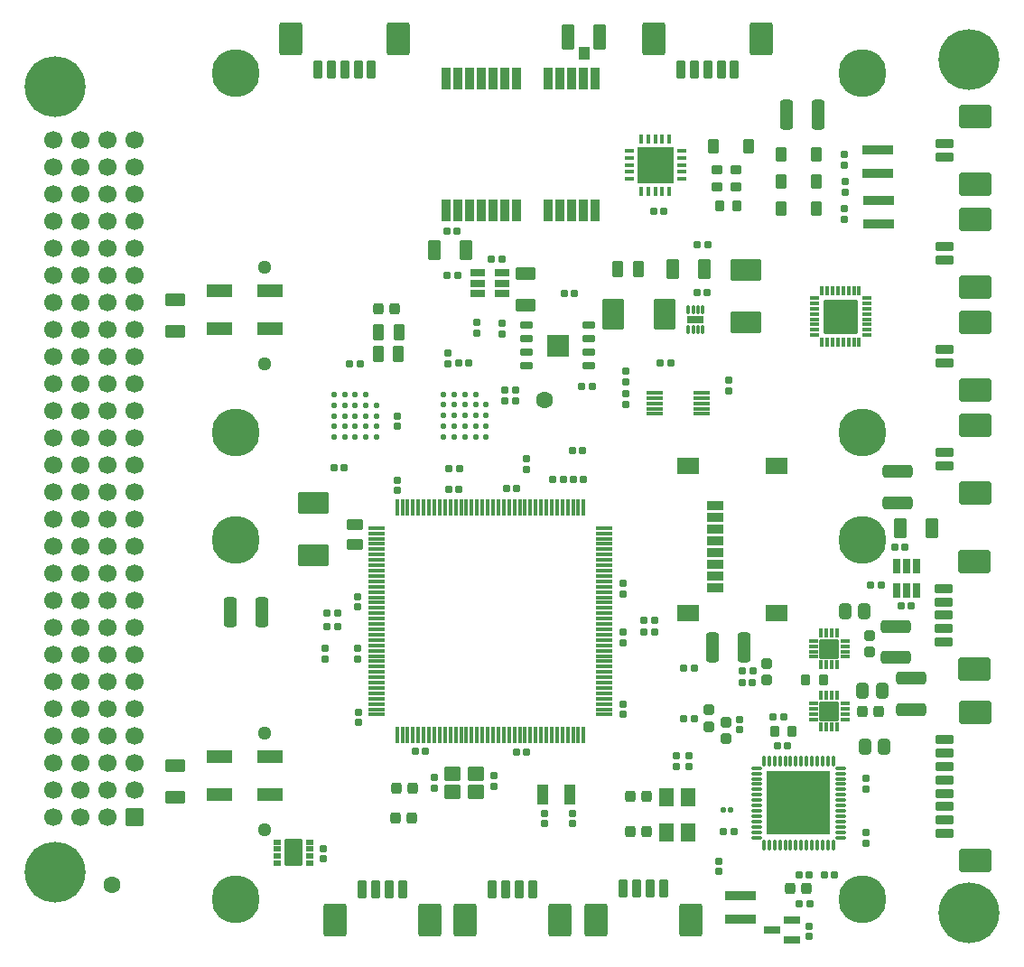
<source format=gbs>
%TF.GenerationSoftware,KiCad,Pcbnew,(6.0.7)*%
%TF.CreationDate,2022-08-26T15:29:00+08:00*%
%TF.ProjectId,cubesat_obc,63756265-7361-4745-9f6f-62632e6b6963,rev?*%
%TF.SameCoordinates,Original*%
%TF.FileFunction,Soldermask,Bot*%
%TF.FilePolarity,Negative*%
%FSLAX46Y46*%
G04 Gerber Fmt 4.6, Leading zero omitted, Abs format (unit mm)*
G04 Created by KiCad (PCBNEW (6.0.7)) date 2022-08-26 15:29:00*
%MOMM*%
%LPD*%
G01*
G04 APERTURE LIST*
G04 Aperture macros list*
%AMRoundRect*
0 Rectangle with rounded corners*
0 $1 Rounding radius*
0 $2 $3 $4 $5 $6 $7 $8 $9 X,Y pos of 4 corners*
0 Add a 4 corners polygon primitive as box body*
4,1,4,$2,$3,$4,$5,$6,$7,$8,$9,$2,$3,0*
0 Add four circle primitives for the rounded corners*
1,1,$1+$1,$2,$3*
1,1,$1+$1,$4,$5*
1,1,$1+$1,$6,$7*
1,1,$1+$1,$8,$9*
0 Add four rect primitives between the rounded corners*
20,1,$1+$1,$2,$3,$4,$5,0*
20,1,$1+$1,$4,$5,$6,$7,0*
20,1,$1+$1,$6,$7,$8,$9,0*
20,1,$1+$1,$8,$9,$2,$3,0*%
G04 Aperture macros list end*
%ADD10C,1.290000*%
%ADD11C,5.700000*%
%ADD12C,4.500000*%
%ADD13RoundRect,0.050000X-0.800000X-0.800000X0.800000X-0.800000X0.800000X0.800000X-0.800000X0.800000X0*%
%ADD14C,1.700000*%
%ADD15RoundRect,0.190000X-0.140000X-0.170000X0.140000X-0.170000X0.140000X0.170000X-0.140000X0.170000X0*%
%ADD16RoundRect,0.190000X-0.170000X0.140000X-0.170000X-0.140000X0.170000X-0.140000X0.170000X0.140000X0*%
%ADD17RoundRect,0.190000X0.170000X-0.140000X0.170000X0.140000X-0.170000X0.140000X-0.170000X-0.140000X0*%
%ADD18RoundRect,0.300000X-0.250000X-0.475000X0.250000X-0.475000X0.250000X0.475000X-0.250000X0.475000X0*%
%ADD19RoundRect,0.190000X0.140000X0.170000X-0.140000X0.170000X-0.140000X-0.170000X0.140000X-0.170000X0*%
%ADD20RoundRect,0.300000X0.650000X-0.325000X0.650000X0.325000X-0.650000X0.325000X-0.650000X-0.325000X0*%
%ADD21RoundRect,0.050000X-1.150000X-0.550000X1.150000X-0.550000X1.150000X0.550000X-1.150000X0.550000X0*%
%ADD22RoundRect,0.250000X0.200000X0.600000X-0.200000X0.600000X-0.200000X-0.600000X0.200000X-0.600000X0*%
%ADD23RoundRect,0.300001X0.799999X1.249999X-0.799999X1.249999X-0.799999X-1.249999X0.799999X-1.249999X0*%
%ADD24RoundRect,0.250000X-0.600000X0.200000X-0.600000X-0.200000X0.600000X-0.200000X0.600000X0.200000X0*%
%ADD25RoundRect,0.300001X-1.249999X0.799999X-1.249999X-0.799999X1.249999X-0.799999X1.249999X0.799999X0*%
%ADD26RoundRect,0.050000X-1.350000X0.400000X-1.350000X-0.400000X1.350000X-0.400000X1.350000X0.400000X0*%
%ADD27RoundRect,0.050000X1.350000X-0.400000X1.350000X0.400000X-1.350000X0.400000X-1.350000X-0.400000X0*%
%ADD28RoundRect,0.185000X0.135000X0.185000X-0.135000X0.185000X-0.135000X-0.185000X0.135000X-0.185000X0*%
%ADD29RoundRect,0.185000X-0.135000X-0.185000X0.135000X-0.185000X0.135000X0.185000X-0.135000X0.185000X0*%
%ADD30RoundRect,0.185000X-0.185000X0.135000X-0.185000X-0.135000X0.185000X-0.135000X0.185000X0.135000X0*%
%ADD31RoundRect,0.185000X0.185000X-0.135000X0.185000X0.135000X-0.185000X0.135000X-0.185000X-0.135000X0*%
%ADD32RoundRect,0.050000X0.700000X0.150000X-0.700000X0.150000X-0.700000X-0.150000X0.700000X-0.150000X0*%
%ADD33RoundRect,0.125000X0.325000X0.075000X-0.325000X0.075000X-0.325000X-0.075000X0.325000X-0.075000X0*%
%ADD34RoundRect,0.125000X0.075000X0.325000X-0.075000X0.325000X-0.075000X-0.325000X0.075000X-0.325000X0*%
%ADD35RoundRect,0.050000X1.675000X1.675000X-1.675000X1.675000X-1.675000X-1.675000X1.675000X-1.675000X0*%
%ADD36RoundRect,0.050000X-0.750000X0.400000X-0.750000X-0.400000X0.750000X-0.400000X0.750000X0.400000X0*%
%ADD37RoundRect,0.050000X-1.000000X0.725000X-1.000000X-0.725000X1.000000X-0.725000X1.000000X0.725000X0*%
%ADD38RoundRect,0.050000X0.500000X0.900000X-0.500000X0.900000X-0.500000X-0.900000X0.500000X-0.900000X0*%
%ADD39RoundRect,0.250000X-0.275000X0.200000X-0.275000X-0.200000X0.275000X-0.200000X0.275000X0.200000X0*%
%ADD40RoundRect,0.250000X0.200000X0.275000X-0.200000X0.275000X-0.200000X-0.275000X0.200000X-0.275000X0*%
%ADD41RoundRect,0.250000X0.275000X-0.200000X0.275000X0.200000X-0.275000X0.200000X-0.275000X-0.200000X0*%
%ADD42RoundRect,0.050000X0.450000X0.600000X-0.450000X0.600000X-0.450000X-0.600000X0.450000X-0.600000X0*%
%ADD43RoundRect,0.050000X-0.450000X-0.600000X0.450000X-0.600000X0.450000X0.600000X-0.450000X0.600000X0*%
%ADD44RoundRect,0.275000X-0.225000X-0.250000X0.225000X-0.250000X0.225000X0.250000X-0.225000X0.250000X0*%
%ADD45RoundRect,0.200000X0.587500X0.150000X-0.587500X0.150000X-0.587500X-0.150000X0.587500X-0.150000X0*%
%ADD46RoundRect,0.112500X-0.375000X-0.062500X0.375000X-0.062500X0.375000X0.062500X-0.375000X0.062500X0*%
%ADD47RoundRect,0.112500X-0.062500X-0.375000X0.062500X-0.375000X0.062500X0.375000X-0.062500X0.375000X0*%
%ADD48RoundRect,0.050000X-2.950000X-2.950000X2.950000X-2.950000X2.950000X2.950000X-2.950000X2.950000X0*%
%ADD49RoundRect,0.150000X0.130000X0.100000X-0.130000X0.100000X-0.130000X-0.100000X0.130000X-0.100000X0*%
%ADD50RoundRect,0.275000X0.225000X0.250000X-0.225000X0.250000X-0.225000X-0.250000X0.225000X-0.250000X0*%
%ADD51RoundRect,0.050000X-1.395000X0.951500X-1.395000X-0.951500X1.395000X-0.951500X1.395000X0.951500X0*%
%ADD52RoundRect,0.125000X0.075000X-0.662500X0.075000X0.662500X-0.075000X0.662500X-0.075000X-0.662500X0*%
%ADD53RoundRect,0.125000X0.662500X-0.075000X0.662500X0.075000X-0.662500X0.075000X-0.662500X-0.075000X0*%
%ADD54RoundRect,0.300000X0.325000X0.650000X-0.325000X0.650000X-0.325000X-0.650000X0.325000X-0.650000X0*%
%ADD55RoundRect,0.300000X0.325000X1.100000X-0.325000X1.100000X-0.325000X-1.100000X0.325000X-1.100000X0*%
%ADD56RoundRect,0.300000X-0.325000X-1.100000X0.325000X-1.100000X0.325000X1.100000X-0.325000X1.100000X0*%
%ADD57RoundRect,0.300000X1.100000X-0.325000X1.100000X0.325000X-1.100000X0.325000X-1.100000X-0.325000X0*%
%ADD58RoundRect,0.300000X-1.100000X0.325000X-1.100000X-0.325000X1.100000X-0.325000X1.100000X0.325000X0*%
%ADD59RoundRect,0.050000X1.395000X-0.951500X1.395000X0.951500X-1.395000X0.951500X-1.395000X-0.951500X0*%
%ADD60RoundRect,0.050000X-0.951500X-1.395000X0.951500X-1.395000X0.951500X1.395000X-0.951500X1.395000X0*%
%ADD61RoundRect,0.112500X0.350000X0.062500X-0.350000X0.062500X-0.350000X-0.062500X0.350000X-0.062500X0*%
%ADD62RoundRect,0.112500X0.062500X0.350000X-0.062500X0.350000X-0.062500X-0.350000X0.062500X-0.350000X0*%
%ADD63RoundRect,0.050000X1.550000X1.550000X-1.550000X1.550000X-1.550000X-1.550000X1.550000X-1.550000X0*%
%ADD64RoundRect,0.050000X-0.125000X0.350000X-0.125000X-0.350000X0.125000X-0.350000X0.125000X0.350000X0*%
%ADD65RoundRect,0.050000X-0.690000X0.320000X-0.690000X-0.320000X0.690000X-0.320000X0.690000X0.320000X0*%
%ADD66RoundRect,0.050000X0.325000X0.175000X-0.325000X0.175000X-0.325000X-0.175000X0.325000X-0.175000X0*%
%ADD67RoundRect,0.050000X0.775000X1.200000X-0.775000X1.200000X-0.775000X-1.200000X0.775000X-1.200000X0*%
%ADD68RoundRect,0.050000X0.700000X0.600000X-0.700000X0.600000X-0.700000X-0.600000X0.700000X-0.600000X0*%
%ADD69C,1.600000*%
%ADD70RoundRect,0.275000X0.250000X-0.225000X0.250000X0.225000X-0.250000X0.225000X-0.250000X-0.225000X0*%
%ADD71RoundRect,0.050000X0.400000X-1.000000X0.400000X1.000000X-0.400000X1.000000X-0.400000X-1.000000X0*%
%ADD72RoundRect,0.300000X-0.262500X-0.450000X0.262500X-0.450000X0.262500X0.450000X-0.262500X0.450000X0*%
%ADD73RoundRect,0.050000X-0.650000X0.800000X-0.650000X-0.800000X0.650000X-0.800000X0.650000X0.800000X0*%
%ADD74RoundRect,0.250000X-0.200000X-0.600000X0.200000X-0.600000X0.200000X0.600000X-0.200000X0.600000X0*%
%ADD75RoundRect,0.300001X-0.799999X-1.249999X0.799999X-1.249999X0.799999X1.249999X-0.799999X1.249999X0*%
%ADD76RoundRect,0.200000X-0.150000X0.512500X-0.150000X-0.512500X0.150000X-0.512500X0.150000X0.512500X0*%
%ADD77RoundRect,0.112500X-0.062500X0.350000X-0.062500X-0.350000X0.062500X-0.350000X0.062500X0.350000X0*%
%ADD78RoundRect,0.112500X-0.350000X0.062500X-0.350000X-0.062500X0.350000X-0.062500X0.350000X0.062500X0*%
%ADD79RoundRect,0.050000X-0.840000X0.840000X-0.840000X-0.840000X0.840000X-0.840000X0.840000X0.840000X0*%
%ADD80RoundRect,0.050000X0.500000X-0.525000X0.500000X0.525000X-0.500000X0.525000X-0.500000X-0.525000X0*%
%ADD81RoundRect,0.050000X0.525000X-1.100000X0.525000X1.100000X-0.525000X1.100000X-0.525000X-1.100000X0*%
%ADD82RoundRect,0.050000X-0.550000X0.250000X-0.550000X-0.250000X0.550000X-0.250000X0.550000X0.250000X0*%
%ADD83RoundRect,0.050000X-1.000000X1.000000X-1.000000X-1.000000X1.000000X-1.000000X1.000000X1.000000X0*%
%ADD84C,0.557200*%
%ADD85RoundRect,0.200000X0.512500X0.150000X-0.512500X0.150000X-0.512500X-0.150000X0.512500X-0.150000X0*%
%ADD86RoundRect,0.300000X-0.325000X-0.650000X0.325000X-0.650000X0.325000X0.650000X-0.325000X0.650000X0*%
%ADD87RoundRect,0.275000X-0.250000X0.225000X-0.250000X-0.225000X0.250000X-0.225000X0.250000X0.225000X0*%
%ADD88RoundRect,0.300000X0.475000X-0.250000X0.475000X0.250000X-0.475000X0.250000X-0.475000X-0.250000X0*%
%ADD89RoundRect,0.300000X-0.650000X0.325000X-0.650000X-0.325000X0.650000X-0.325000X0.650000X0.325000X0*%
G04 APERTURE END LIST*
D10*
%TO.C,J1*%
X130411220Y-116437020D03*
X130411220Y-125437020D03*
%TD*%
%TO.C,J2*%
X130416300Y-72751560D03*
X130416300Y-81751560D03*
%TD*%
D11*
%TO.C,H1*%
X110734001Y-55792998D03*
%TD*%
%TO.C,H2*%
X196464001Y-133262997D03*
%TD*%
%TO.C,H3*%
X196464001Y-53252998D03*
%TD*%
%TO.C,H4*%
X110734001Y-129452998D03*
%TD*%
D12*
%TO.C,H5*%
X127734002Y-88253000D03*
%TD*%
%TO.C,H6*%
X127734002Y-98252997D03*
%TD*%
%TO.C,H7*%
X127734002Y-54522998D03*
%TD*%
%TO.C,H8*%
X186464001Y-54522998D03*
%TD*%
%TO.C,H9*%
X127734002Y-131982998D03*
%TD*%
%TO.C,H10*%
X186464001Y-131982998D03*
%TD*%
%TO.C,H11*%
X186464001Y-98252997D03*
%TD*%
%TO.C,H12*%
X186464001Y-88253000D03*
%TD*%
D13*
%TO.C,U6*%
X118225000Y-124300000D03*
D14*
X115685000Y-124300000D03*
X118225000Y-121760000D03*
X115685000Y-121760000D03*
X118225000Y-119220000D03*
X115685000Y-119220000D03*
X118225000Y-116680000D03*
X115685000Y-116680000D03*
X118225000Y-114140000D03*
X115685000Y-114140000D03*
X118225000Y-111600000D03*
X115685000Y-111600000D03*
X118225000Y-109060000D03*
X115685000Y-109060000D03*
X118225000Y-106520000D03*
X115685000Y-106520000D03*
X118225000Y-103980000D03*
X115685000Y-103980000D03*
X118225000Y-101440000D03*
X115685000Y-101440000D03*
X118225000Y-98900000D03*
X115685000Y-98900000D03*
X118225000Y-96360000D03*
X115685000Y-96360000D03*
X118225000Y-93820000D03*
X115685000Y-93820000D03*
X118225000Y-91280000D03*
X115685000Y-91280000D03*
X118225000Y-88740000D03*
X115685000Y-88740000D03*
X118225000Y-86200000D03*
X115685000Y-86200000D03*
X118225000Y-83660000D03*
X115685000Y-83660000D03*
X118225000Y-81120000D03*
X115685000Y-81120000D03*
X118225000Y-78580000D03*
X115685000Y-78580000D03*
X118225000Y-76040000D03*
X115685000Y-76040000D03*
X118225000Y-73500000D03*
X115685000Y-73500000D03*
X118225000Y-70960000D03*
X115685000Y-70960000D03*
X118225000Y-68420000D03*
X115685000Y-68420000D03*
X118225000Y-65880000D03*
X115685000Y-65880000D03*
X118225000Y-63340000D03*
X115685000Y-63340000D03*
X118225000Y-60800000D03*
X115685000Y-60800000D03*
X113145000Y-124300000D03*
X110605000Y-124300000D03*
X113145000Y-121760000D03*
X110605000Y-121760000D03*
X113145000Y-119220000D03*
X110605000Y-119220000D03*
X113145000Y-116680000D03*
X110605000Y-116680000D03*
X113145000Y-114140000D03*
X110605000Y-114140000D03*
X113145000Y-111600000D03*
X110605000Y-111600000D03*
X113145000Y-109060000D03*
X110605000Y-109060000D03*
X113145000Y-106520000D03*
X110605000Y-106520000D03*
X113145000Y-103980000D03*
X110605000Y-103980000D03*
X113145000Y-101440000D03*
X110605000Y-101440000D03*
X113145000Y-98900000D03*
X110605000Y-98900000D03*
X113145000Y-96360000D03*
X110605000Y-96360000D03*
X113145000Y-93820000D03*
X110605000Y-93820000D03*
X113145000Y-91280000D03*
X110605000Y-91280000D03*
X113145000Y-88740000D03*
X110605000Y-88740000D03*
X113145000Y-86200000D03*
X110605000Y-86200000D03*
X113145000Y-83660000D03*
X110605000Y-83660000D03*
X113145000Y-81120000D03*
X110605000Y-81120000D03*
X113145000Y-78580000D03*
X110605000Y-78580000D03*
X113145000Y-76040000D03*
X110605000Y-76040000D03*
X113145000Y-73500000D03*
X110605000Y-73500000D03*
X113145000Y-70960000D03*
X110605000Y-70960000D03*
X113145000Y-68420000D03*
X110605000Y-68420000D03*
X113145000Y-65880000D03*
X110605000Y-65880000D03*
X113145000Y-63340000D03*
X110605000Y-63340000D03*
X113145000Y-60800000D03*
X110605000Y-60800000D03*
%TD*%
D15*
%TO.C,C6*%
X148620000Y-81725000D03*
X149580000Y-81725000D03*
%TD*%
D16*
%TO.C,C75*%
X142825000Y-92695000D03*
X142825000Y-93655000D03*
%TD*%
D17*
%TO.C,C73*%
X139128500Y-104580000D03*
X139128500Y-103620000D03*
%TD*%
D18*
%TO.C,C57*%
X141075000Y-80875000D03*
X142975000Y-80875000D03*
%TD*%
D15*
%TO.C,C60*%
X159345000Y-92575000D03*
X160305000Y-92575000D03*
%TD*%
D19*
%TO.C,C62*%
X154980000Y-118150000D03*
X154020000Y-118150000D03*
%TD*%
D16*
%TO.C,C65*%
X164000000Y-113670000D03*
X164000000Y-114630000D03*
%TD*%
D15*
%TO.C,C68*%
X147670000Y-93575000D03*
X148630000Y-93575000D03*
%TD*%
D17*
%TO.C,C2*%
X184810400Y-65656400D03*
X184810400Y-64696400D03*
%TD*%
D20*
%TO.C,C20*%
X122047000Y-122379000D03*
X122047000Y-119429000D03*
%TD*%
%TO.C,C21*%
X122047000Y-78691000D03*
X122047000Y-75741000D03*
%TD*%
D21*
%TO.C,FL1*%
X126174000Y-118646000D03*
X130874000Y-118646000D03*
X130874000Y-122146000D03*
X126174000Y-122146000D03*
%TD*%
%TO.C,FL2*%
X126174000Y-74958000D03*
X130874000Y-74958000D03*
X130874000Y-78458000D03*
X126174000Y-78458000D03*
%TD*%
D22*
%TO.C,ADC1*%
X155517000Y-131050000D03*
X154267000Y-131050000D03*
X153017000Y-131050000D03*
X151767000Y-131050000D03*
D23*
X149217000Y-133950000D03*
X158067000Y-133950000D03*
%TD*%
D22*
%TO.C,ADC2*%
X143325000Y-131050000D03*
X142075000Y-131050000D03*
X140825000Y-131050000D03*
X139575000Y-131050000D03*
D23*
X137025000Y-133950000D03*
X145875000Y-133950000D03*
%TD*%
D24*
%TO.C,TEMP1*%
X194132500Y-70749000D03*
X194132500Y-71999000D03*
D25*
X197032500Y-68199000D03*
X197032500Y-74549000D03*
%TD*%
D24*
%TO.C,TEMP4*%
X194132500Y-80401000D03*
X194132500Y-81651000D03*
D25*
X197032500Y-84201000D03*
X197032500Y-77851000D03*
%TD*%
D24*
%TO.C,TEMP2*%
X194132500Y-61097000D03*
X194132500Y-62347000D03*
D25*
X197032500Y-64897000D03*
X197032500Y-58547000D03*
%TD*%
D24*
%TO.C,TEMP3*%
X194132500Y-90053000D03*
X194132500Y-91303000D03*
D25*
X197032500Y-93853000D03*
X197032500Y-87503000D03*
%TD*%
D26*
%TO.C,L1*%
X187960000Y-66464000D03*
X187960000Y-68664000D03*
%TD*%
D27*
%TO.C,L2*%
X187896500Y-63901500D03*
X187896500Y-61701500D03*
%TD*%
D28*
%TO.C,R48*%
X153935000Y-84250000D03*
X152915000Y-84250000D03*
%TD*%
D29*
%TO.C,R50*%
X147640000Y-91600000D03*
X148660000Y-91600000D03*
%TD*%
D30*
%TO.C,R52*%
X147600000Y-80740000D03*
X147600000Y-81760000D03*
%TD*%
D28*
%TO.C,R94*%
X137225500Y-105156000D03*
X136205500Y-105156000D03*
%TD*%
%TO.C,R95*%
X137225500Y-106426000D03*
X136205500Y-106426000D03*
%TD*%
D30*
%TO.C,R10*%
X184785000Y-67181000D03*
X184785000Y-68201000D03*
%TD*%
D31*
%TO.C,R11*%
X184785000Y-63121000D03*
X184785000Y-62101000D03*
%TD*%
%TO.C,R5*%
X173926500Y-84330000D03*
X173926500Y-83310000D03*
%TD*%
D30*
%TO.C,R6*%
X164274500Y-84580000D03*
X164274500Y-85600000D03*
%TD*%
D32*
%TO.C,U1*%
X171351300Y-84471000D03*
X171351300Y-84971000D03*
X171351300Y-85471000D03*
X171351300Y-85971000D03*
X171351300Y-86471000D03*
X166951300Y-86471000D03*
X166951300Y-85971000D03*
X166951300Y-85471000D03*
X166951300Y-84971000D03*
X166951300Y-84471000D03*
%TD*%
D33*
%TO.C,U4*%
X169493100Y-61819000D03*
X169493100Y-62469000D03*
X169493100Y-63119000D03*
X169493100Y-63769000D03*
X169493100Y-64419000D03*
D34*
X168343100Y-65569000D03*
X167693100Y-65569000D03*
X167043100Y-65569000D03*
X166393100Y-65569000D03*
X165743100Y-65569000D03*
D33*
X164593100Y-64419000D03*
X164593100Y-63769000D03*
X164593100Y-63119000D03*
X164593100Y-62469000D03*
X164593100Y-61819000D03*
D34*
X165743100Y-60669000D03*
X166393100Y-60669000D03*
X167043100Y-60669000D03*
X167693100Y-60669000D03*
X168343100Y-60669000D03*
D35*
X167043100Y-63119000D03*
%TD*%
D36*
%TO.C,J4*%
X172694000Y-95034500D03*
X172694000Y-96134500D03*
X172694000Y-97234500D03*
X172694000Y-98334500D03*
X172694000Y-99434500D03*
X172694000Y-100534500D03*
X172694000Y-101634500D03*
X172694000Y-102734500D03*
D37*
X178394000Y-91359500D03*
X170094000Y-105109500D03*
X178394000Y-105109500D03*
X170094000Y-91359500D03*
%TD*%
D38*
%TO.C,Y3*%
X156514500Y-122159000D03*
X159014500Y-122159000D03*
%TD*%
D15*
%TO.C,C4*%
X166906000Y-67437000D03*
X167866000Y-67437000D03*
%TD*%
D29*
%TO.C,R3*%
X167447500Y-81661000D03*
X168467500Y-81661000D03*
%TD*%
D31*
%TO.C,R4*%
X164274500Y-83441000D03*
X164274500Y-82421000D03*
%TD*%
D39*
%TO.C,R7*%
X172847000Y-63564000D03*
X172847000Y-65214000D03*
%TD*%
D40*
%TO.C,R8*%
X174688000Y-66929000D03*
X173038000Y-66929000D03*
%TD*%
D41*
%TO.C,R9*%
X174625000Y-65214000D03*
X174625000Y-63564000D03*
%TD*%
D42*
%TO.C,D4*%
X182117000Y-62103000D03*
X178817000Y-62103000D03*
%TD*%
D43*
%TO.C,D3*%
X178817000Y-64643000D03*
X182117000Y-64643000D03*
%TD*%
D42*
%TO.C,D2*%
X175767000Y-61341000D03*
X172467000Y-61341000D03*
%TD*%
%TO.C,D1*%
X182117000Y-67183000D03*
X178817000Y-67183000D03*
%TD*%
D17*
%TO.C,C8*%
X172974000Y-129385000D03*
X172974000Y-128425000D03*
%TD*%
D44*
%TO.C,C9*%
X164706000Y-125666500D03*
X166256000Y-125666500D03*
%TD*%
%TO.C,C10*%
X164706000Y-122364500D03*
X166256000Y-122364500D03*
%TD*%
D17*
%TO.C,C11*%
X181483000Y-135481000D03*
X181483000Y-134521000D03*
%TD*%
D44*
%TO.C,C12*%
X179692000Y-131000500D03*
X181242000Y-131000500D03*
%TD*%
D16*
%TO.C,C13*%
X186753500Y-120678000D03*
X186753500Y-121638000D03*
%TD*%
D15*
%TO.C,C14*%
X180495000Y-129667000D03*
X181455000Y-129667000D03*
%TD*%
%TO.C,C15*%
X180558500Y-132397500D03*
X181518500Y-132397500D03*
%TD*%
D17*
%TO.C,C16*%
X186817000Y-126718000D03*
X186817000Y-125758000D03*
%TD*%
D19*
%TO.C,C17*%
X183868000Y-129667000D03*
X182908000Y-129667000D03*
%TD*%
D15*
%TO.C,C18*%
X178470000Y-117550000D03*
X179430000Y-117550000D03*
%TD*%
D19*
%TO.C,C19*%
X174406500Y-125603000D03*
X173446500Y-125603000D03*
%TD*%
D22*
%TO.C,USB1*%
X167800500Y-131000000D03*
X166550500Y-131000000D03*
X165300500Y-131000000D03*
X164050500Y-131000000D03*
D23*
X161500500Y-133900000D03*
X170350500Y-133900000D03*
%TD*%
D27*
%TO.C,L5*%
X175006000Y-133815000D03*
X175006000Y-131615000D03*
%TD*%
D45*
%TO.C,U10*%
X179880500Y-133924000D03*
X179880500Y-135824000D03*
X178005500Y-134874000D03*
%TD*%
D46*
%TO.C,U11*%
X176529500Y-126186000D03*
X176529500Y-125686000D03*
X176529500Y-125186000D03*
X176529500Y-124686000D03*
X176529500Y-124186000D03*
X176529500Y-123686000D03*
X176529500Y-123186000D03*
X176529500Y-122686000D03*
X176529500Y-122186000D03*
X176529500Y-121686000D03*
X176529500Y-121186000D03*
X176529500Y-120686000D03*
X176529500Y-120186000D03*
X176529500Y-119686000D03*
D47*
X177217000Y-118998500D03*
X177717000Y-118998500D03*
X178217000Y-118998500D03*
X178717000Y-118998500D03*
X179217000Y-118998500D03*
X179717000Y-118998500D03*
X180217000Y-118998500D03*
X180717000Y-118998500D03*
X181217000Y-118998500D03*
X181717000Y-118998500D03*
X182217000Y-118998500D03*
X182717000Y-118998500D03*
X183217000Y-118998500D03*
X183717000Y-118998500D03*
D46*
X184404500Y-119686000D03*
X184404500Y-120186000D03*
X184404500Y-120686000D03*
X184404500Y-121186000D03*
X184404500Y-121686000D03*
X184404500Y-122186000D03*
X184404500Y-122686000D03*
X184404500Y-123186000D03*
X184404500Y-123686000D03*
X184404500Y-124186000D03*
X184404500Y-124686000D03*
X184404500Y-125186000D03*
X184404500Y-125686000D03*
X184404500Y-126186000D03*
D47*
X183717000Y-126873500D03*
X183217000Y-126873500D03*
X182717000Y-126873500D03*
X182217000Y-126873500D03*
X181717000Y-126873500D03*
X181217000Y-126873500D03*
X180717000Y-126873500D03*
X180217000Y-126873500D03*
X179717000Y-126873500D03*
X179217000Y-126873500D03*
X178717000Y-126873500D03*
X178217000Y-126873500D03*
X177717000Y-126873500D03*
X177217000Y-126873500D03*
D48*
X180467000Y-122936000D03*
%TD*%
D30*
%TO.C,R54*%
X170180000Y-118552500D03*
X170180000Y-119572500D03*
%TD*%
%TO.C,R55*%
X168973500Y-118552500D03*
X168973500Y-119572500D03*
%TD*%
D49*
%TO.C,R56*%
X174056000Y-123634500D03*
X173416000Y-123634500D03*
%TD*%
D24*
%TO.C,UART_FTDI1*%
X194132500Y-117037000D03*
X194132500Y-118287000D03*
X194132500Y-119537000D03*
X194132500Y-120787000D03*
X194132500Y-122037000D03*
X194132500Y-123287000D03*
X194132500Y-124537000D03*
X194132500Y-125787000D03*
D25*
X197032500Y-128337000D03*
X197032500Y-114487000D03*
%TD*%
D17*
%TO.C,C53*%
X139230000Y-115420000D03*
X139230000Y-114460000D03*
%TD*%
D18*
%TO.C,C54*%
X141100000Y-78800000D03*
X143000000Y-78800000D03*
%TD*%
D16*
%TO.C,C55*%
X136080500Y-108486000D03*
X136080500Y-109446000D03*
%TD*%
D17*
%TO.C,C56*%
X151875000Y-121380000D03*
X151875000Y-120420000D03*
%TD*%
D19*
%TO.C,C58*%
X160246000Y-89916000D03*
X159286000Y-89916000D03*
%TD*%
D16*
%TO.C,C59*%
X146325000Y-120570000D03*
X146325000Y-121530000D03*
%TD*%
D50*
%TO.C,C61*%
X144225000Y-124375000D03*
X142675000Y-124375000D03*
%TD*%
D16*
%TO.C,C63*%
X135900000Y-127240000D03*
X135900000Y-128200000D03*
%TD*%
D15*
%TO.C,C66*%
X153088400Y-93472000D03*
X154048400Y-93472000D03*
%TD*%
D16*
%TO.C,C69*%
X164020500Y-102390000D03*
X164020500Y-103350000D03*
%TD*%
%TO.C,C70*%
X164020500Y-106962000D03*
X164020500Y-107922000D03*
%TD*%
D17*
%TO.C,C71*%
X139128500Y-109446000D03*
X139128500Y-108486000D03*
%TD*%
D16*
%TO.C,C72*%
X159250000Y-123920000D03*
X159250000Y-124880000D03*
%TD*%
%TO.C,C74*%
X156675000Y-123920000D03*
X156675000Y-124880000D03*
%TD*%
D19*
%TO.C,C76*%
X158404500Y-92583000D03*
X157444500Y-92583000D03*
%TD*%
D16*
%TO.C,C77*%
X142825000Y-86695000D03*
X142825000Y-87655000D03*
%TD*%
D19*
%TO.C,C80*%
X139355000Y-81775000D03*
X138395000Y-81775000D03*
%TD*%
D51*
%TO.C,L6*%
X135000000Y-94848500D03*
X135000000Y-99701500D03*
%TD*%
D52*
%TO.C,U25*%
X160324500Y-116580500D03*
X159824500Y-116580500D03*
X159324500Y-116580500D03*
X158824500Y-116580500D03*
X158324500Y-116580500D03*
X157824500Y-116580500D03*
X157324500Y-116580500D03*
X156824500Y-116580500D03*
X156324500Y-116580500D03*
X155824500Y-116580500D03*
X155324500Y-116580500D03*
X154824500Y-116580500D03*
X154324500Y-116580500D03*
X153824500Y-116580500D03*
X153324500Y-116580500D03*
X152824500Y-116580500D03*
X152324500Y-116580500D03*
X151824500Y-116580500D03*
X151324500Y-116580500D03*
X150824500Y-116580500D03*
X150324500Y-116580500D03*
X149824500Y-116580500D03*
X149324500Y-116580500D03*
X148824500Y-116580500D03*
X148324500Y-116580500D03*
X147824500Y-116580500D03*
X147324500Y-116580500D03*
X146824500Y-116580500D03*
X146324500Y-116580500D03*
X145824500Y-116580500D03*
X145324500Y-116580500D03*
X144824500Y-116580500D03*
X144324500Y-116580500D03*
X143824500Y-116580500D03*
X143324500Y-116580500D03*
X142824500Y-116580500D03*
D53*
X140912000Y-114668000D03*
X140912000Y-114168000D03*
X140912000Y-113668000D03*
X140912000Y-113168000D03*
X140912000Y-112668000D03*
X140912000Y-112168000D03*
X140912000Y-111668000D03*
X140912000Y-111168000D03*
X140912000Y-110668000D03*
X140912000Y-110168000D03*
X140912000Y-109668000D03*
X140912000Y-109168000D03*
X140912000Y-108668000D03*
X140912000Y-108168000D03*
X140912000Y-107668000D03*
X140912000Y-107168000D03*
X140912000Y-106668000D03*
X140912000Y-106168000D03*
X140912000Y-105668000D03*
X140912000Y-105168000D03*
X140912000Y-104668000D03*
X140912000Y-104168000D03*
X140912000Y-103668000D03*
X140912000Y-103168000D03*
X140912000Y-102668000D03*
X140912000Y-102168000D03*
X140912000Y-101668000D03*
X140912000Y-101168000D03*
X140912000Y-100668000D03*
X140912000Y-100168000D03*
X140912000Y-99668000D03*
X140912000Y-99168000D03*
X140912000Y-98668000D03*
X140912000Y-98168000D03*
X140912000Y-97668000D03*
X140912000Y-97168000D03*
D52*
X142824500Y-95255500D03*
X143324500Y-95255500D03*
X143824500Y-95255500D03*
X144324500Y-95255500D03*
X144824500Y-95255500D03*
X145324500Y-95255500D03*
X145824500Y-95255500D03*
X146324500Y-95255500D03*
X146824500Y-95255500D03*
X147324500Y-95255500D03*
X147824500Y-95255500D03*
X148324500Y-95255500D03*
X148824500Y-95255500D03*
X149324500Y-95255500D03*
X149824500Y-95255500D03*
X150324500Y-95255500D03*
X150824500Y-95255500D03*
X151324500Y-95255500D03*
X151824500Y-95255500D03*
X152324500Y-95255500D03*
X152824500Y-95255500D03*
X153324500Y-95255500D03*
X153824500Y-95255500D03*
X154324500Y-95255500D03*
X154824500Y-95255500D03*
X155324500Y-95255500D03*
X155824500Y-95255500D03*
X156324500Y-95255500D03*
X156824500Y-95255500D03*
X157324500Y-95255500D03*
X157824500Y-95255500D03*
X158324500Y-95255500D03*
X158824500Y-95255500D03*
X159324500Y-95255500D03*
X159824500Y-95255500D03*
X160324500Y-95255500D03*
D53*
X162237000Y-97168000D03*
X162237000Y-97668000D03*
X162237000Y-98168000D03*
X162237000Y-98668000D03*
X162237000Y-99168000D03*
X162237000Y-99668000D03*
X162237000Y-100168000D03*
X162237000Y-100668000D03*
X162237000Y-101168000D03*
X162237000Y-101668000D03*
X162237000Y-102168000D03*
X162237000Y-102668000D03*
X162237000Y-103168000D03*
X162237000Y-103668000D03*
X162237000Y-104168000D03*
X162237000Y-104668000D03*
X162237000Y-105168000D03*
X162237000Y-105668000D03*
X162237000Y-106168000D03*
X162237000Y-106668000D03*
X162237000Y-107168000D03*
X162237000Y-107668000D03*
X162237000Y-108168000D03*
X162237000Y-108668000D03*
X162237000Y-109168000D03*
X162237000Y-109668000D03*
X162237000Y-110168000D03*
X162237000Y-110668000D03*
X162237000Y-111168000D03*
X162237000Y-111668000D03*
X162237000Y-112168000D03*
X162237000Y-112668000D03*
X162237000Y-113168000D03*
X162237000Y-113668000D03*
X162237000Y-114168000D03*
X162237000Y-114668000D03*
%TD*%
D29*
%TO.C,R90*%
X165946500Y-105791000D03*
X166966500Y-105791000D03*
%TD*%
%TO.C,R91*%
X165923500Y-106934000D03*
X166943500Y-106934000D03*
%TD*%
D54*
%TO.C,C1*%
X171655000Y-72898000D03*
X168705000Y-72898000D03*
%TD*%
D19*
%TO.C,C3*%
X171930000Y-75057000D03*
X170970000Y-75057000D03*
%TD*%
D18*
%TO.C,C5*%
X163515000Y-72898000D03*
X165415000Y-72898000D03*
%TD*%
D55*
%TO.C,C30*%
X182323000Y-58420000D03*
X179373000Y-58420000D03*
%TD*%
%TO.C,C31*%
X175325000Y-108400000D03*
X172375000Y-108400000D03*
%TD*%
D56*
%TO.C,C32*%
X127176000Y-105029000D03*
X130126000Y-105029000D03*
%TD*%
D57*
%TO.C,C48*%
X189575000Y-109325000D03*
X189575000Y-106375000D03*
%TD*%
D58*
%TO.C,C47*%
X189738000Y-91870000D03*
X189738000Y-94820000D03*
%TD*%
%TO.C,C46*%
X191000000Y-111275000D03*
X191000000Y-114225000D03*
%TD*%
D59*
%TO.C,L3*%
X175514000Y-77864500D03*
X175514000Y-73011500D03*
%TD*%
D60*
%TO.C,L4*%
X163054500Y-77089000D03*
X167907500Y-77089000D03*
%TD*%
D28*
%TO.C,R12*%
X171960000Y-70612000D03*
X170940000Y-70612000D03*
%TD*%
D61*
%TO.C,U2*%
X186841500Y-75593000D03*
X186841500Y-76093000D03*
X186841500Y-76593000D03*
X186841500Y-77093000D03*
X186841500Y-77593000D03*
X186841500Y-78093000D03*
X186841500Y-78593000D03*
X186841500Y-79093000D03*
D62*
X186154000Y-79780500D03*
X185654000Y-79780500D03*
X185154000Y-79780500D03*
X184654000Y-79780500D03*
X184154000Y-79780500D03*
X183654000Y-79780500D03*
X183154000Y-79780500D03*
X182654000Y-79780500D03*
D61*
X181966500Y-79093000D03*
X181966500Y-78593000D03*
X181966500Y-78093000D03*
X181966500Y-77593000D03*
X181966500Y-77093000D03*
X181966500Y-76593000D03*
X181966500Y-76093000D03*
X181966500Y-75593000D03*
D62*
X182654000Y-74905500D03*
X183154000Y-74905500D03*
X183654000Y-74905500D03*
X184154000Y-74905500D03*
X184654000Y-74905500D03*
X185154000Y-74905500D03*
X185654000Y-74905500D03*
X186154000Y-74905500D03*
D63*
X184404000Y-77343000D03*
%TD*%
D64*
%TO.C,U3*%
X170140000Y-76672000D03*
X170590000Y-76672000D03*
X171040000Y-76672000D03*
X171490000Y-76672000D03*
X171490000Y-78522000D03*
X171040000Y-78522000D03*
X170590000Y-78522000D03*
X170140000Y-78522000D03*
D65*
X170815000Y-77597000D03*
%TD*%
D66*
%TO.C,U24*%
X134650000Y-126625000D03*
X134650000Y-127275000D03*
X134650000Y-127925000D03*
X134650000Y-128575000D03*
X131550000Y-128575000D03*
X131550000Y-127925000D03*
X131550000Y-127275000D03*
X131550000Y-126625000D03*
D67*
X133100000Y-127600000D03*
%TD*%
D68*
%TO.C,Y2*%
X150200000Y-121950000D03*
X148000000Y-121950000D03*
X148000000Y-120250000D03*
X150200000Y-120250000D03*
%TD*%
D69*
%TO.C,TP1*%
X156650000Y-85150000D03*
%TD*%
D70*
%TO.C,C37*%
X177450000Y-111425000D03*
X177450000Y-109875000D03*
%TD*%
D24*
%TO.C,SWD1*%
X194075000Y-102850000D03*
X194075000Y-104100000D03*
X194075000Y-105350000D03*
X194075000Y-106600000D03*
X194075000Y-107850000D03*
D25*
X196975000Y-110400000D03*
X196975000Y-100300000D03*
%TD*%
D70*
%TO.C,C38*%
X172100000Y-115775000D03*
X172100000Y-114225000D03*
%TD*%
D44*
%TO.C,C67*%
X142725000Y-121550000D03*
X144275000Y-121550000D03*
%TD*%
D28*
%TO.C,R85*%
X188260000Y-102500000D03*
X187240000Y-102500000D03*
%TD*%
D19*
%TO.C,C22*%
X152630000Y-71925000D03*
X151670000Y-71925000D03*
%TD*%
D71*
%TO.C,U15*%
X147432000Y-55014000D03*
X148532000Y-55014000D03*
X149632000Y-55014000D03*
X150732000Y-55014000D03*
X151832000Y-55014000D03*
X152932000Y-55014000D03*
X154032000Y-55014000D03*
X157032000Y-55014000D03*
X158132000Y-55014000D03*
X159232000Y-55014000D03*
X160332000Y-55014000D03*
X161432000Y-55014000D03*
X161432000Y-67414000D03*
X160332000Y-67414000D03*
X159232000Y-67414000D03*
X158132000Y-67414000D03*
X157032000Y-67414000D03*
X154032000Y-67414000D03*
X152932000Y-67414000D03*
X151832000Y-67414000D03*
X150732000Y-67414000D03*
X149632000Y-67414000D03*
X148532000Y-67414000D03*
X147432000Y-67414000D03*
%TD*%
D16*
%TO.C,C40*%
X174950000Y-115120000D03*
X174950000Y-116080000D03*
%TD*%
D29*
%TO.C,R71*%
X169690000Y-110350000D03*
X170710000Y-110350000D03*
%TD*%
D44*
%TO.C,C52*%
X141075000Y-76575000D03*
X142625000Y-76575000D03*
%TD*%
D72*
%TO.C,R83*%
X184837500Y-104950000D03*
X186662500Y-104950000D03*
%TD*%
D73*
%TO.C,Y1*%
X170100000Y-122450000D03*
X170100000Y-125750000D03*
X168100000Y-125750000D03*
X168100000Y-122450000D03*
%TD*%
D74*
%TO.C,UART_1*%
X135422000Y-54216000D03*
X136672000Y-54216000D03*
X137922000Y-54216000D03*
X139172000Y-54216000D03*
X140422000Y-54216000D03*
D75*
X142972000Y-51316000D03*
X132872000Y-51316000D03*
%TD*%
D29*
%TO.C,R51*%
X152915000Y-85275000D03*
X153935000Y-85275000D03*
%TD*%
D31*
%TO.C,R68*%
X150300000Y-78935000D03*
X150300000Y-77915000D03*
%TD*%
D19*
%TO.C,C64*%
X145505000Y-118125000D03*
X144545000Y-118125000D03*
%TD*%
D76*
%TO.C,U23*%
X189675000Y-100712500D03*
X190625000Y-100712500D03*
X191575000Y-100712500D03*
X191575000Y-102987500D03*
X190625000Y-102987500D03*
X189675000Y-102987500D03*
%TD*%
D77*
%TO.C,U21*%
X182600000Y-112887500D03*
X183100000Y-112887500D03*
X183600000Y-112887500D03*
X184100000Y-112887500D03*
D78*
X184812500Y-113600000D03*
X184812500Y-114100000D03*
X184812500Y-114600000D03*
X184812500Y-115100000D03*
D77*
X184100000Y-115812500D03*
X183600000Y-115812500D03*
X183100000Y-115812500D03*
X182600000Y-115812500D03*
D78*
X181887500Y-115100000D03*
X181887500Y-114600000D03*
X181887500Y-114100000D03*
X181887500Y-113600000D03*
D79*
X183350000Y-114350000D03*
%TD*%
D80*
%TO.C,J3*%
X160350000Y-52612000D03*
D81*
X161825000Y-51087000D03*
X158875000Y-51087000D03*
%TD*%
D69*
%TO.C,TP2*%
X116100000Y-130650000D03*
%TD*%
D40*
%TO.C,R81*%
X182775000Y-111425000D03*
X181125000Y-111425000D03*
%TD*%
D31*
%TO.C,R49*%
X154940000Y-91696000D03*
X154940000Y-90676000D03*
%TD*%
D15*
%TO.C,C78*%
X136895000Y-91550000D03*
X137855000Y-91550000D03*
%TD*%
%TO.C,C50*%
X190095000Y-104500000D03*
X191055000Y-104500000D03*
%TD*%
D82*
%TO.C,U9*%
X160800000Y-78145000D03*
X160800000Y-79415000D03*
X160800000Y-80685000D03*
X160800000Y-81955000D03*
X155000000Y-81955000D03*
X155000000Y-80685000D03*
X155000000Y-79415000D03*
X155000000Y-78145000D03*
D83*
X157900000Y-80050000D03*
%TD*%
D31*
%TO.C,R69*%
X152700000Y-78960000D03*
X152700000Y-77940000D03*
%TD*%
D28*
%TO.C,R67*%
X148560000Y-73450000D03*
X147540000Y-73450000D03*
%TD*%
D15*
%TO.C,C49*%
X189500000Y-99000000D03*
X190460000Y-99000000D03*
%TD*%
D40*
%TO.C,R80*%
X179875000Y-116200000D03*
X178225000Y-116200000D03*
%TD*%
D84*
%TO.C,U8*%
X150178100Y-84625000D03*
X149178100Y-84625000D03*
X148178100Y-84625000D03*
X147178100Y-84625000D03*
X151178100Y-85625000D03*
X150178100Y-85625000D03*
X149178100Y-85625000D03*
X148178100Y-85625000D03*
X147178100Y-85625000D03*
X151178100Y-86625000D03*
X150178100Y-86625000D03*
X149178100Y-86625000D03*
X148178100Y-86625000D03*
X147178100Y-86625000D03*
X151178100Y-87625000D03*
X150178100Y-87625000D03*
X149178100Y-87625000D03*
X148178100Y-87625000D03*
X147178100Y-87625000D03*
X151178100Y-88625000D03*
X150178100Y-88625000D03*
X149178100Y-88625000D03*
X148178100Y-88625000D03*
X147178100Y-88625000D03*
%TD*%
D85*
%TO.C,U14*%
X152662500Y-73250000D03*
X152662500Y-74200000D03*
X152662500Y-75150000D03*
X150387500Y-75150000D03*
X150387500Y-74200000D03*
X150387500Y-73250000D03*
%TD*%
D86*
%TO.C,C51*%
X190000000Y-97150000D03*
X192950000Y-97150000D03*
%TD*%
D28*
%TO.C,R53*%
X161160000Y-83870000D03*
X160140000Y-83870000D03*
%TD*%
D74*
%TO.C,UART_OBC_1*%
X169458000Y-54216000D03*
X170708000Y-54216000D03*
X171958000Y-54216000D03*
X173208000Y-54216000D03*
X174458000Y-54216000D03*
D75*
X166908000Y-51316000D03*
X177008000Y-51316000D03*
%TD*%
D44*
%TO.C,C43*%
X186450000Y-114400000D03*
X188000000Y-114400000D03*
%TD*%
D19*
%TO.C,C23*%
X148480000Y-69342000D03*
X147520000Y-69342000D03*
%TD*%
D54*
%TO.C,C25*%
X149303000Y-71120000D03*
X146353000Y-71120000D03*
%TD*%
D29*
%TO.C,R70*%
X169690000Y-115050000D03*
X170710000Y-115050000D03*
%TD*%
D28*
%TO.C,R76*%
X179110000Y-114900000D03*
X178090000Y-114900000D03*
%TD*%
D72*
%TO.C,R82*%
X186487500Y-112450000D03*
X188312500Y-112450000D03*
%TD*%
%TO.C,R84*%
X186675000Y-117650000D03*
X188500000Y-117650000D03*
%TD*%
D84*
%TO.C,U26*%
X139903100Y-84650000D03*
X138903100Y-84650000D03*
X137903100Y-84650000D03*
X136903100Y-84650000D03*
X140903100Y-85650000D03*
X139903100Y-85650000D03*
X138903100Y-85650000D03*
X137903100Y-85650000D03*
X136903100Y-85650000D03*
X140903100Y-86650000D03*
X139903100Y-86650000D03*
X138903100Y-86650000D03*
X137903100Y-86650000D03*
X136903100Y-86650000D03*
X140903100Y-87650000D03*
X139903100Y-87650000D03*
X138903100Y-87650000D03*
X137903100Y-87650000D03*
X136903100Y-87650000D03*
X140903100Y-88650000D03*
X139903100Y-88650000D03*
X138903100Y-88650000D03*
X137903100Y-88650000D03*
X136903100Y-88650000D03*
%TD*%
D87*
%TO.C,C42*%
X187125000Y-107275000D03*
X187125000Y-108825000D03*
%TD*%
D88*
%TO.C,C79*%
X138850000Y-98750000D03*
X138850000Y-96850000D03*
%TD*%
D77*
%TO.C,U22*%
X182600000Y-107037500D03*
X183100000Y-107037500D03*
X183600000Y-107037500D03*
X184100000Y-107037500D03*
D78*
X184812500Y-107750000D03*
X184812500Y-108250000D03*
X184812500Y-108750000D03*
X184812500Y-109250000D03*
D77*
X184100000Y-109962500D03*
X183600000Y-109962500D03*
X183100000Y-109962500D03*
X182600000Y-109962500D03*
D78*
X181887500Y-109250000D03*
X181887500Y-108750000D03*
X181887500Y-108250000D03*
X181887500Y-107750000D03*
D79*
X183350000Y-108500000D03*
%TD*%
D89*
%TO.C,C24*%
X154875000Y-73300000D03*
X154875000Y-76250000D03*
%TD*%
D28*
%TO.C,R77*%
X176200000Y-110600000D03*
X175180000Y-110600000D03*
%TD*%
D70*
%TO.C,C36*%
X173650000Y-116925000D03*
X173650000Y-115375000D03*
%TD*%
D15*
%TO.C,C41*%
X175160000Y-111675000D03*
X176120000Y-111675000D03*
%TD*%
%TO.C,C7*%
X158524000Y-75184000D03*
X159484000Y-75184000D03*
%TD*%
M02*

</source>
